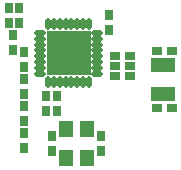
<source format=gts>
%FSLAX24Y24*%
%MOIN*%
G70*
G01*
G75*
G04 Layer_Color=8388736*
%ADD10C,0.0080*%
%ADD11R,0.0200X0.0250*%
%ADD12O,0.0118X0.0335*%
%ADD13O,0.0335X0.0118*%
%ADD14R,0.1457X0.1457*%
%ADD15R,0.0433X0.0472*%
%ADD16R,0.0709X0.0394*%
%ADD17R,0.0250X0.0200*%
%ADD18C,0.0100*%
%ADD19C,0.0060*%
%ADD20C,0.0300*%
%ADD21C,0.0320*%
%ADD22C,0.0240*%
%ADD23C,0.0098*%
%ADD24C,0.0050*%
%ADD25C,0.0079*%
%ADD26C,0.0043*%
%ADD27C,0.0030*%
%ADD28R,0.0280X0.0330*%
%ADD29O,0.0178X0.0395*%
%ADD30O,0.0395X0.0178*%
%ADD31R,0.0513X0.0552*%
%ADD32R,0.0789X0.0474*%
%ADD33R,0.0330X0.0280*%
D14*
X3205Y4146D02*
D03*
D28*
X4280Y883D02*
D03*
X4280Y1383D02*
D03*
X2670Y1393D02*
D03*
X2670Y893D02*
D03*
X1555Y5146D02*
D03*
X1555Y5646D02*
D03*
X1205Y5146D02*
D03*
X1205Y5646D02*
D03*
X2831Y2226D02*
D03*
X2831Y2726D02*
D03*
X1705Y2396D02*
D03*
X1705Y1896D02*
D03*
X1705Y996D02*
D03*
X1705Y1496D02*
D03*
X1705Y3696D02*
D03*
X1705Y4196D02*
D03*
X1355Y4246D02*
D03*
X1355Y4746D02*
D03*
X1705Y2796D02*
D03*
X1705Y3296D02*
D03*
X2451Y2232D02*
D03*
X2451Y2732D02*
D03*
X4555Y5416D02*
D03*
X4555Y4916D02*
D03*
D29*
X3894Y3181D02*
D03*
X3697Y3181D02*
D03*
X3500Y3181D02*
D03*
X3303Y3181D02*
D03*
X3107Y3181D02*
D03*
X2910Y3181D02*
D03*
X2713Y3181D02*
D03*
X2516Y3181D02*
D03*
X2516Y5111D02*
D03*
X2713Y5111D02*
D03*
X2910Y5111D02*
D03*
X3107Y5111D02*
D03*
X3303Y5111D02*
D03*
X3500Y5111D02*
D03*
X3697Y5111D02*
D03*
X3894Y5111D02*
D03*
D30*
X2240Y3457D02*
D03*
X2240Y3654D02*
D03*
X2240Y3851D02*
D03*
X2240Y4048D02*
D03*
X2240Y4244D02*
D03*
X2240Y4441D02*
D03*
X2240Y4638D02*
D03*
X2240Y4835D02*
D03*
X4170Y4835D02*
D03*
X4170Y4638D02*
D03*
X4170Y4441D02*
D03*
X4170Y4244D02*
D03*
X4170Y4048D02*
D03*
X4170Y3851D02*
D03*
X4170Y3654D02*
D03*
X4170Y3457D02*
D03*
D31*
X3129Y670D02*
D03*
X3831Y670D02*
D03*
X3131Y1610D02*
D03*
X3831Y1610D02*
D03*
D32*
X6361Y3772D02*
D03*
X6361Y2788D02*
D03*
D33*
X5261Y3376D02*
D03*
X4761Y3376D02*
D03*
X4761Y4056D02*
D03*
X5261Y4056D02*
D03*
X6161Y4216D02*
D03*
X6661Y4216D02*
D03*
X6651Y2336D02*
D03*
X6151Y2336D02*
D03*
X4761Y3716D02*
D03*
X5261Y3716D02*
D03*
M02*

</source>
